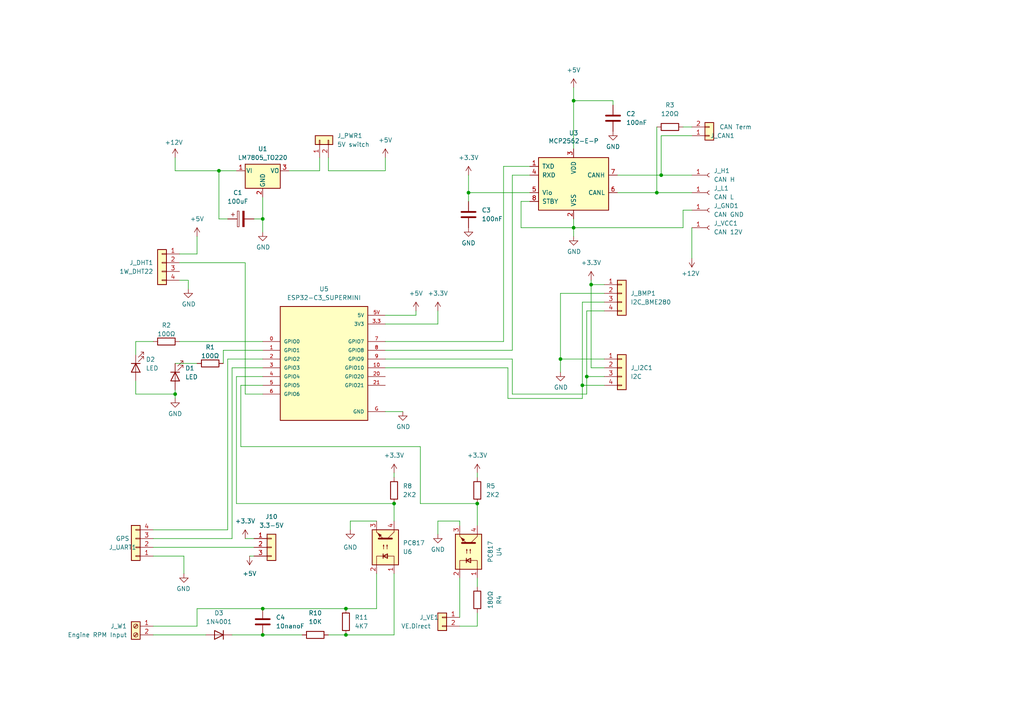
<source format=kicad_sch>
(kicad_sch (version 20231120) (generator "eeschema") (generator_version "8.0")
  (paper "A4")
  (lib_symbols
    (symbol "Connector:Conn_01x01_Socket" (pin_names (offset 1.016) hide)
      (property "Reference" "J" (at 0 2.54 0))
      (property "Value" "Conn_01x01_Socket" (at 0 -2.54 0))
      (symbol "Conn_01x01_Socket_1_1"
        (polyline (pts (xy -1.27 0) (xy -0.508 0)) (stroke (width 0.1524)))
        (arc (start 0 0.508) (mid -0.5058 0) (end 0 -0.508) (stroke (width 0.1524)))
        (pin passive line (at -5.08 0 0) (length 3.81) (name "Pin_1") (number "1"))
      )
    )
    (symbol "Connector:Screw_Terminal_01x02" (pin_names (offset 1.016) hide)
      (property "Reference" "J" (at 0 2.54 0))
      (property "Value" "Screw_Terminal_01x02" (at 0 -5.08 0))
      (symbol "Screw_Terminal_01x02_1_1"
        (rectangle (start -1.27 1.27) (end 1.27 -3.81) (stroke (width 0.254)) (fill (type background)))
        (circle (center 0 -2.54) (radius 0.635) (stroke (width 0.1524)))
        (polyline (pts (xy -0.5334 -2.2098) (xy 0.3302 -3.048)) (stroke (width 0.1524)))
        (polyline (pts (xy -0.5334 0.3302) (xy 0.3302 -0.508)) (stroke (width 0.1524)))
        (polyline (pts (xy -0.3556 -2.032) (xy 0.508 -2.8702)) (stroke (width 0.1524)))
        (polyline (pts (xy -0.3556 0.508) (xy 0.508 -0.3302)) (stroke (width 0.1524)))
        (circle (center 0 0) (radius 0.635) (stroke (width 0.1524)))
        (pin passive line (at -5.08 0 0) (length 3.81) (name "Pin_1") (number "1"))
        (pin passive line (at -5.08 -2.54 0) (length 3.81) (name "Pin_2") (number "2"))
      )
    )
    (symbol "Connector_Generic:Conn_01x02" (pin_names (offset 1.016) hide)
      (property "Reference" "J" (at 0 2.54 0))
      (property "Value" "Conn_01x02" (at 0 -5.08 0))
      (symbol "Conn_01x02_1_1"
        (rectangle (start -1.27 -2.413) (end 0 -2.667) (stroke (width 0.1524)))
        (rectangle (start -1.27 0.127) (end 0 -0.127) (stroke (width 0.1524)))
        (rectangle (start -1.27 1.27) (end 1.27 -3.81) (stroke (width 0.254)) (fill (type background)))
        (pin passive line (at -5.08 0 0) (length 3.81) (name "Pin_1") (number "1"))
        (pin passive line (at -5.08 -2.54 0) (length 3.81) (name "Pin_2") (number "2"))
      )
    )
    (symbol "Connector_Generic:Conn_01x03" (pin_names (offset 1.016) hide)
      (property "Reference" "J" (at 0 5.08 0))
      (property "Value" "Conn_01x03" (at 0 -5.08 0))
      (symbol "Conn_01x03_1_1"
        (rectangle (start -1.27 -2.413) (end 0 -2.667) (stroke (width 0.1524)))
        (rectangle (start -1.27 0.127) (end 0 -0.127) (stroke (width 0.1524)))
        (rectangle (start -1.27 2.667) (end 0 2.413) (stroke (width 0.1524)))
        (rectangle (start -1.27 3.81) (end 1.27 -3.81) (stroke (width 0.254)) (fill (type background)))
        (pin passive line (at -5.08 2.54 0) (length 3.81) (name "Pin_1") (number "1"))
        (pin passive line (at -5.08 0 0) (length 3.81) (name "Pin_2") (number "2"))
        (pin passive line (at -5.08 -2.54 0) (length 3.81) (name "Pin_3") (number "3"))
      )
    )
    (symbol "Connector_Generic:Conn_01x04" (pin_names (offset 1.016) hide)
      (property "Reference" "J" (at 0 5.08 0))
      (property "Value" "Conn_01x04" (at 0 -7.62 0))
      (symbol "Conn_01x04_1_1"
        (rectangle (start -1.27 -4.953) (end 0 -5.207) (stroke (width 0.1524)))
        (rectangle (start -1.27 -2.413) (end 0 -2.667) (stroke (width 0.1524)))
        (rectangle (start -1.27 0.127) (end 0 -0.127) (stroke (width 0.1524)))
        (rectangle (start -1.27 2.667) (end 0 2.413) (stroke (width 0.1524)))
        (rectangle (start -1.27 3.81) (end 1.27 -6.35) (stroke (width 0.254)) (fill (type background)))
        (pin passive line (at -5.08 2.54 0) (length 3.81) (name "Pin_1") (number "1"))
        (pin passive line (at -5.08 0 0) (length 3.81) (name "Pin_2") (number "2"))
        (pin passive line (at -5.08 -2.54 0) (length 3.81) (name "Pin_3") (number "3"))
        (pin passive line (at -5.08 -5.08 0) (length 3.81) (name "Pin_4") (number "4"))
      )
    )
    (symbol "Device:C" (pin_numbers hide) (pin_names (offset 0.254))
      (property "Reference" "C" (at 0.635 2.54 0))
      (property "Value" "C" (at 0.635 -2.54 0))
      (symbol "C_0_1"
        (polyline (pts (xy -2.032 -0.762) (xy 2.032 -0.762)) (stroke (width 0.508)))
        (polyline (pts (xy -2.032 0.762) (xy 2.032 0.762)) (stroke (width 0.508)))
      )
      (symbol "C_1_1"
        (pin passive line (at 0 3.81 270) (length 2.794) (name "~") (number "1"))
        (pin passive line (at 0 -3.81 90) (length 2.794) (name "~") (number "2"))
      )
    )
    (symbol "Device:C_Polarized" (pin_numbers hide) (pin_names (offset 0.254))
      (property "Reference" "C" (at 0.635 2.54 0))
      (property "Value" "C_Polarized" (at 0.635 -2.54 0))
      (symbol "C_Polarized_0_1"
        (rectangle (start -2.286 0.508) (end 2.286 1.016))
        (polyline (pts (xy -1.778 2.286) (xy -0.762 2.286)))
        (polyline (pts (xy -1.27 2.794) (xy -1.27 1.778)))
        (rectangle (start 2.286 -0.508) (end -2.286 -1.016) (fill (type outline)))
      )
      (symbol "C_Polarized_1_1"
        (pin passive line (at 0 3.81 270) (length 2.794) (name "~") (number "1"))
        (pin passive line (at 0 -3.81 90) (length 2.794) (name "~") (number "2"))
      )
    )
    (symbol "Device:LED" (pin_numbers hide) (pin_names (offset 1.016) hide)
      (property "Reference" "D" (at 0 2.54 0))
      (property "Value" "LED" (at 0 -2.54 0))
      (symbol "LED_0_1"
        (polyline (pts (xy -1.27 -1.27) (xy -1.27 1.27)) (stroke (width 0.254)))
        (polyline (pts (xy -1.27 0) (xy 1.27 0)))
        (polyline (pts (xy 1.27 -1.27) (xy 1.27 1.27) (xy -1.27 0) (xy 1.27 -1.27)) (stroke (width 0.254)))
        (polyline (pts (xy -3.048 -0.762) (xy -4.572 -2.286) (xy -3.81 -2.286) (xy -4.572 -2.286) (xy -4.572 -1.524)))
        (polyline (pts (xy -1.778 -0.762) (xy -3.302 -2.286) (xy -2.54 -2.286) (xy -3.302 -2.286) (xy -3.302 -1.524)))
      )
      (symbol "LED_1_1"
        (pin passive line (at -3.81 0 0) (length 2.54) (name "K") (number "1"))
        (pin passive line (at 3.81 0 180) (length 2.54) (name "A") (number "2"))
      )
    )
    (symbol "Device:R" (pin_numbers hide) (pin_names (offset 0))
      (property "Reference" "R" (at 2.032 0 90))
      (property "Value" "R" (at 0 0 90))
      (symbol "R_0_1"
        (rectangle (start -1.016 -2.54) (end 1.016 2.54) (stroke (width 0.254)))
      )
      (symbol "R_1_1"
        (pin passive line (at 0 3.81 270) (length 1.27) (name "~") (number "1"))
        (pin passive line (at 0 -3.81 90) (length 1.27) (name "~") (number "2"))
      )
    )
    (symbol "Diode:1N4001" (pin_numbers hide) (pin_names hide)
      (property "Reference" "D" (at 0 2.54 0))
      (property "Value" "1N4001" (at 0 -2.54 0))
      (symbol "1N4001_0_1"
        (polyline (pts (xy -1.27 1.27) (xy -1.27 -1.27)) (stroke (width 0.254)))
        (polyline (pts (xy 1.27 0) (xy -1.27 0)))
        (polyline (pts (xy 1.27 1.27) (xy 1.27 -1.27) (xy -1.27 0) (xy 1.27 1.27)) (stroke (width 0.254)))
      )
      (symbol "1N4001_1_1"
        (pin passive line (at -3.81 0 0) (length 2.54) (name "K") (number "1"))
        (pin passive line (at 3.81 0 180) (length 2.54) (name "A") (number "2"))
      )
    )
    (symbol "ESP32-C3_SUPERMINI:ESP32-C3_SUPERMINI" (pin_names (offset 1.016))
      (property "Reference" "U" (at -12.7 16.002 0))
      (property "Value" "ESP32-C3_SUPERMINI" (at -12.7 -20.32 0))
      (symbol "ESP32-C3_SUPERMINI_0_0"
        (rectangle (start -12.7 -17.78) (end 12.7 15.24) (stroke (width 0.254)) (fill (type background)))
        (pin bidirectional line (at -17.78 5.08 0) (length 5.08) (name "GPIO0") (number "0"))
        (pin bidirectional line (at -17.78 2.54 0) (length 5.08) (name "GPIO1") (number "1"))
        (pin bidirectional line (at 17.78 -2.54 180) (length 5.08) (name "GPIO10") (number "10"))
        (pin bidirectional line (at -17.78 0 0) (length 5.08) (name "GPIO2") (number "2"))
        (pin bidirectional line (at 17.78 -5.08 180) (length 5.08) (name "GPIO20") (number "20"))
        (pin bidirectional line (at 17.78 -7.62 180) (length 5.08) (name "GPIO21") (number "21"))
        (pin bidirectional line (at -17.78 -2.54 0) (length 5.08) (name "GPIO3") (number "3"))
        (pin power_in line (at 17.78 10.16 180) (length 5.08) (name "3V3") (number "3.3"))
        (pin bidirectional line (at -17.78 -5.08 0) (length 5.08) (name "GPIO4") (number "4"))
        (pin bidirectional line (at -17.78 -7.62 0) (length 5.08) (name "GPIO5") (number "5"))
        (pin power_in line (at 17.78 12.7 180) (length 5.08) (name "5V") (number "5V"))
        (pin bidirectional line (at -17.78 -10.16 0) (length 5.08) (name "GPIO6") (number "6"))
        (pin bidirectional line (at 17.78 5.08 180) (length 5.08) (name "GPIO7") (number "7"))
        (pin bidirectional line (at 17.78 2.54 180) (length 5.08) (name "GPIO8") (number "8"))
        (pin bidirectional line (at 17.78 0 180) (length 5.08) (name "GPIO9") (number "9"))
        (pin power_in line (at 17.78 -15.24 180) (length 5.08) (name "GND") (number "G"))
      )
    )
    (symbol "GND_1" (power) (pin_numbers hide) (pin_names (offset 0) hide)
      (property "Value" "GND" (at 0 -3.81 0))
      (symbol "GND_1_0_1"
        (polyline (pts (xy 0 0) (xy 0 -1.27) (xy 1.27 -1.27) (xy 0 -2.54) (xy -1.27 -1.27) (xy 0 -1.27)))
      )
      (symbol "GND_1_1_1"
        (pin power_in line (at 0 0 270) (length 0) (name "~") (number "1"))
      )
    )
    (symbol "Interface_CAN_LIN:MCP2562-E-P" (pin_names (offset 1.016))
      (property "Reference" "U" (at -10.16 8.89 0))
      (property "Value" "MCP2562-E-P" (at 2.54 8.89 0))
      (symbol "MCP2562-E-P_0_1"
        (rectangle (start -10.16 7.62) (end 10.16 -7.62) (stroke (width 0.254)) (fill (type background)))
      )
      (symbol "MCP2562-E-P_1_1"
        (pin input line (at -12.7 5.08 0) (length 2.54) (name "TXD") (number "1"))
        (pin power_in line (at 0 -10.16 90) (length 2.54) (name "VSS") (number "2"))
        (pin power_in line (at 0 10.16 270) (length 2.54) (name "VDD") (number "3"))
        (pin output line (at -12.7 2.54 0) (length 2.54) (name "RXD") (number "4"))
        (pin power_in line (at -12.7 -2.54 0) (length 2.54) (name "Vio") (number "5"))
        (pin bidirectional line (at 12.7 -2.54 180) (length 2.54) (name "CANL") (number "6"))
        (pin bidirectional line (at 12.7 2.54 180) (length 2.54) (name "CANH") (number "7"))
        (pin input line (at -12.7 -5.08 0) (length 2.54) (name "STBY") (number "8"))
      )
    )
    (symbol "Isolator:PC817" (pin_names (offset 1.016))
      (property "Reference" "U" (at -5.08 5.08 0))
      (property "Value" "PC817" (at 0 5.08 0))
      (symbol "PC817_0_1"
        (rectangle (start -5.08 3.81) (end 5.08 -3.81) (stroke (width 0.254)) (fill (type background)))
        (polyline (pts (xy -3.175 -0.635) (xy -1.905 -0.635)) (stroke (width 0.254)))
        (polyline (pts (xy 2.54 0.635) (xy 4.445 2.54)))
        (polyline (pts (xy 4.445 -2.54) (xy 2.54 -0.635)) (fill (type outline)))
        (polyline (pts (xy 4.445 -2.54) (xy 5.08 -2.54)))
        (polyline (pts (xy 4.445 2.54) (xy 5.08 2.54)))
        (polyline (pts (xy -5.08 2.54) (xy -2.54 2.54) (xy -2.54 -0.635)))
        (polyline (pts (xy -2.54 -0.635) (xy -2.54 -2.54) (xy -5.08 -2.54)))
        (polyline (pts (xy 2.54 1.905) (xy 2.54 -1.905) (xy 2.54 -1.905)) (stroke (width 0.508)))
        (polyline (pts (xy -2.54 -0.635) (xy -3.175 0.635) (xy -1.905 0.635) (xy -2.54 -0.635)) (stroke (width 0.254)))
        (polyline (pts (xy -0.508 -0.508) (xy 0.762 -0.508) (xy 0.381 -0.635) (xy 0.381 -0.381) (xy 0.762 -0.508)))
        (polyline (pts (xy -0.508 0.508) (xy 0.762 0.508) (xy 0.381 0.381) (xy 0.381 0.635) (xy 0.762 0.508)))
        (polyline (pts (xy 3.048 -1.651) (xy 3.556 -1.143) (xy 4.064 -2.159) (xy 3.048 -1.651) (xy 3.048 -1.651)) (fill (type outline)))
      )
      (symbol "PC817_1_1"
        (pin passive line (at -7.62 2.54 0) (length 2.54) (name "~") (number "1"))
        (pin passive line (at -7.62 -2.54 0) (length 2.54) (name "~") (number "2"))
        (pin passive line (at 7.62 -2.54 180) (length 2.54) (name "~") (number "3"))
        (pin passive line (at 7.62 2.54 180) (length 2.54) (name "~") (number "4"))
      )
    )
    (symbol "Regulator_Linear:LM7805_TO220" (pin_names (offset 0.254))
      (property "Reference" "U" (at -3.81 3.175 0))
      (property "Value" "LM7805_TO220" (at 0 3.175 0))
      (symbol "LM7805_TO220_0_1"
        (rectangle (start -5.08 1.905) (end 5.08 -5.08) (stroke (width 0.254)) (fill (type background)))
      )
      (symbol "LM7805_TO220_1_1"
        (pin power_in line (at -7.62 0 0) (length 2.54) (name "VI") (number "1"))
        (pin power_in line (at 0 -7.62 90) (length 2.54) (name "GND") (number "2"))
        (pin power_out line (at 7.62 0 180) (length 2.54) (name "VO") (number "3"))
      )
    )
    (symbol "power:+12V" (power) (pin_names (offset 0))
      (property "Value" "+12V" (at 0 3.556 0))
      (symbol "+12V_0_1"
        (polyline (pts (xy -0.762 1.27) (xy 0 2.54)))
        (polyline (pts (xy 0 0) (xy 0 2.54)))
        (polyline (pts (xy 0 2.54) (xy 0.762 1.27)))
      )
      (symbol "+12V_1_1"
        (pin power_in line (at 0 0 90) (length 0) hide (name "+12V") (number "1"))
      )
    )
    (symbol "power:+3.3V" (power) (pin_names (offset 0))
      (property "Value" "+3.3V" (at 0 3.556 0))
      (symbol "+3.3V_0_1"
        (polyline (pts (xy -0.762 1.27) (xy 0 2.54)))
        (polyline (pts (xy 0 0) (xy 0 2.54)))
        (polyline (pts (xy 0 2.54) (xy 0.762 1.27)))
      )
      (symbol "+3.3V_1_1"
        (pin power_in line (at 0 0 90) (length 0) hide (name "+3.3V") (number "1"))
      )
    )
    (symbol "power:+5V" (power) (pin_names (offset 0))
      (property "Value" "+5V" (at 0 3.556 0))
      (symbol "+5V_0_1"
        (polyline (pts (xy -0.762 1.27) (xy 0 2.54)))
        (polyline (pts (xy 0 0) (xy 0 2.54)))
        (polyline (pts (xy 0 2.54) (xy 0.762 1.27)))
      )
      (symbol "+5V_1_1"
        (pin power_in line (at 0 0 90) (length 0) hide (name "+5V") (number "1"))
      )
    )
    (symbol "power:GND" (power) (pin_names (offset 0))
      (property "Value" "GND" (at 0 -3.81 0))
      (symbol "GND_0_1"
        (polyline (pts (xy 0 0) (xy 0 -1.27) (xy 1.27 -1.27) (xy 0 -2.54) (xy -1.27 -1.27) (xy 0 -1.27)))
      )
      (symbol "GND_1_1"
        (pin power_in line (at 0 0 270) (length 0) hide (name "GND") (number "1"))
      )
    )
  )
  (junction (at 135.89 55.88))
  (junction (at 50.8 114.3))
  (junction (at 76.2 184.15))
  (junction (at 100.33 176.53))
  (junction (at 166.37 66.04))
  (junction (at 100.33 184.15))
  (junction (at 162.56 104.14))
  (junction (at 168.91 111.76))
  (junction (at 166.37 29.21))
  (junction (at 114.3 146.05))
  (junction (at 191.77 50.8))
  (junction (at 63.5 49.53))
  (junction (at 170.18 109.22))
  (junction (at 171.45 82.55))
  (junction (at 76.2 63.5))
  (junction (at 76.2 176.53))
  (junction (at 190.5 55.88))
  (junction (at 138.43 146.05))
  (wire (pts (xy 111.76 91.44) (xy 120.65 91.44)))
  (wire (pts (xy 54.61 81.28) (xy 54.61 83.82)))
  (wire (pts (xy 57.15 181.61) (xy 44.45 181.61)))
  (wire (pts (xy 170.18 90.17) (xy 170.18 109.22)))
  (wire (pts (xy 151.13 58.42) (xy 153.67 58.42)))
  (wire (pts (xy 162.56 104.14) (xy 175.26 104.14)))
  (wire (pts (xy 148.59 50.8) (xy 148.59 101.6)))
  (wire (pts (xy 151.13 66.04) (xy 166.37 66.04)))
  (wire (pts (xy 135.89 55.88) (xy 153.67 55.88)))
  (wire (pts (xy 39.37 99.06) (xy 39.37 102.87)))
  (wire (pts (xy 168.91 111.76) (xy 175.26 111.76)))
  (wire (pts (xy 146.05 48.26) (xy 146.05 99.06)))
  (wire (pts (xy 191.77 39.37) (xy 191.77 50.8)))
  (wire (pts (xy 151.13 58.42) (xy 151.13 66.04)))
  (wire (pts (xy 168.91 111.76) (xy 168.91 115.57)))
  (wire (pts (xy 52.07 73.66) (xy 57.15 73.66)))
  (wire (pts (xy 76.2 184.15) (xy 87.63 184.15)))
  (wire (pts (xy 190.5 36.83) (xy 190.5 55.88)))
  (wire (pts (xy 147.32 106.68) (xy 147.32 115.57)))
  (wire (pts (xy 50.8 49.53) (xy 63.5 49.53)))
  (wire (pts (xy 148.59 104.14) (xy 111.76 104.14)))
  (wire (pts (xy 114.3 137.16) (xy 114.3 138.43)))
  (wire (pts (xy 177.8 30.48) (xy 177.8 29.21)))
  (wire (pts (xy 166.37 29.21) (xy 177.8 29.21)))
  (wire (pts (xy 200.66 66.04) (xy 200.66 74.93)))
  (wire (pts (xy 83.82 49.53) (xy 92.71 49.53)))
  (wire (pts (xy 66.04 104.14) (xy 66.04 153.67)))
  (wire (pts (xy 114.3 146.05) (xy 114.3 151.13)))
  (wire (pts (xy 109.22 151.13) (xy 101.6 151.13)))
  (wire (pts (xy 147.32 115.57) (xy 168.91 115.57)))
  (wire (pts (xy 127 151.13) (xy 127 154.94)))
  (wire (pts (xy 109.22 176.53) (xy 100.33 176.53)))
  (wire (pts (xy 138.43 167.64) (xy 138.43 170.18)))
  (wire (pts (xy 138.43 138.43) (xy 138.43 137.16)))
  (wire (pts (xy 63.5 49.53) (xy 68.58 49.53)))
  (wire (pts (xy 148.59 104.14) (xy 148.59 114.3)))
  (wire (pts (xy 64.77 101.6) (xy 76.2 101.6)))
  (wire (pts (xy 67.31 184.15) (xy 76.2 184.15)))
  (wire (pts (xy 95.25 184.15) (xy 100.33 184.15)))
  (wire (pts (xy 200.66 36.83) (xy 198.12 36.83)))
  (wire (pts (xy 57.15 176.53) (xy 57.15 181.61)))
  (wire (pts (xy 170.18 90.17) (xy 175.26 90.17)))
  (wire (pts (xy 133.35 152.4) (xy 133.35 151.13)))
  (wire (pts (xy 170.18 114.3) (xy 170.18 109.22)))
  (wire (pts (xy 162.56 85.09) (xy 162.56 104.14)))
  (wire (pts (xy 133.35 167.64) (xy 133.35 179.07)))
  (wire (pts (xy 175.26 82.55) (xy 171.45 82.55)))
  (wire (pts (xy 69.85 129.54) (xy 121.92 129.54)))
  (wire (pts (xy 52.07 76.2) (xy 71.12 76.2)))
  (wire (pts (xy 50.8 113.03) (xy 50.8 114.3)))
  (wire (pts (xy 66.04 104.14) (xy 76.2 104.14)))
  (wire (pts (xy 121.92 129.54) (xy 121.92 146.05)))
  (wire (pts (xy 138.43 177.8) (xy 138.43 181.61)))
  (wire (pts (xy 67.31 106.68) (xy 67.31 156.21)))
  (wire (pts (xy 44.45 158.75) (xy 73.66 158.75)))
  (wire (pts (xy 44.45 156.21) (xy 67.31 156.21)))
  (wire (pts (xy 111.76 45.72) (xy 111.76 49.53)))
  (wire (pts (xy 50.8 45.72) (xy 50.8 49.53)))
  (wire (pts (xy 111.76 106.68) (xy 147.32 106.68)))
  (wire (pts (xy 200.66 60.96) (xy 198.12 60.96)))
  (wire (pts (xy 200.66 50.8) (xy 191.77 50.8)))
  (wire (pts (xy 166.37 29.21) (xy 166.37 43.18)))
  (wire (pts (xy 68.58 109.22) (xy 76.2 109.22)))
  (wire (pts (xy 171.45 82.55) (xy 171.45 106.68)))
  (wire (pts (xy 92.71 45.72) (xy 92.71 49.53)))
  (wire (pts (xy 120.65 91.44) (xy 120.65 90.17)))
  (wire (pts (xy 50.8 114.3) (xy 50.8 115.57)))
  (wire (pts (xy 69.85 111.76) (xy 76.2 111.76)))
  (wire (pts (xy 148.59 50.8) (xy 153.67 50.8)))
  (wire (pts (xy 200.66 39.37) (xy 191.77 39.37)))
  (wire (pts (xy 111.76 93.98) (xy 127 93.98)))
  (wire (pts (xy 198.12 60.96) (xy 198.12 66.04)))
  (wire (pts (xy 146.05 48.26) (xy 153.67 48.26)))
  (wire (pts (xy 121.92 146.05) (xy 138.43 146.05)))
  (wire (pts (xy 116.84 119.38) (xy 111.76 119.38)))
  (wire (pts (xy 171.45 81.28) (xy 171.45 82.55)))
  (wire (pts (xy 95.25 49.53) (xy 111.76 49.53)))
  (wire (pts (xy 166.37 63.5) (xy 166.37 66.04)))
  (wire (pts (xy 190.5 55.88) (xy 200.66 55.88)))
  (wire (pts (xy 166.37 66.04) (xy 198.12 66.04)))
  (wire (pts (xy 166.37 66.04) (xy 166.37 68.58)))
  (wire (pts (xy 52.07 99.06) (xy 76.2 99.06)))
  (wire (pts (xy 179.07 50.8) (xy 191.77 50.8)))
  (wire (pts (xy 162.56 104.14) (xy 162.56 107.95)))
  (wire (pts (xy 100.33 184.15) (xy 114.3 184.15)))
  (wire (pts (xy 76.2 57.15) (xy 76.2 63.5)))
  (wire (pts (xy 168.91 87.63) (xy 168.91 111.76)))
  (wire (pts (xy 63.5 63.5) (xy 66.04 63.5)))
  (wire (pts (xy 148.59 114.3) (xy 170.18 114.3)))
  (wire (pts (xy 175.26 106.68) (xy 171.45 106.68)))
  (wire (pts (xy 109.22 166.37) (xy 109.22 176.53)))
  (wire (pts (xy 135.89 55.88) (xy 135.89 58.42)))
  (wire (pts (xy 114.3 166.37) (xy 114.3 184.15)))
  (wire (pts (xy 162.56 85.09) (xy 175.26 85.09)))
  (wire (pts (xy 64.77 101.6) (xy 64.77 105.41)))
  (wire (pts (xy 39.37 99.06) (xy 44.45 99.06)))
  (wire (pts (xy 101.6 151.13) (xy 101.6 153.67)))
  (wire (pts (xy 135.89 50.8) (xy 135.89 55.88)))
  (wire (pts (xy 57.15 68.58) (xy 57.15 73.66)))
  (wire (pts (xy 73.66 63.5) (xy 76.2 63.5)))
  (wire (pts (xy 111.76 99.06) (xy 146.05 99.06)))
  (wire (pts (xy 133.35 181.61) (xy 138.43 181.61)))
  (wire (pts (xy 166.37 25.4) (xy 166.37 29.21)))
  (wire (pts (xy 71.12 76.2) (xy 71.12 114.3)))
  (wire (pts (xy 69.85 129.54) (xy 69.85 111.76)))
  (wire (pts (xy 95.25 45.72) (xy 95.25 49.53)))
  (wire (pts (xy 53.34 161.29) (xy 53.34 166.37)))
  (wire (pts (xy 54.61 81.28) (xy 52.07 81.28)))
  (wire (pts (xy 44.45 153.67) (xy 66.04 153.67)))
  (wire (pts (xy 39.37 110.49) (xy 39.37 114.3)))
  (wire (pts (xy 111.76 101.6) (xy 148.59 101.6)))
  (wire (pts (xy 57.15 176.53) (xy 76.2 176.53)))
  (wire (pts (xy 76.2 114.3) (xy 71.12 114.3)))
  (wire (pts (xy 138.43 152.4) (xy 138.43 146.05)))
  (wire (pts (xy 168.91 87.63) (xy 175.26 87.63)))
  (wire (pts (xy 72.39 161.29) (xy 73.66 161.29)))
  (wire (pts (xy 127 90.17) (xy 127 93.98)))
  (wire (pts (xy 68.58 146.05) (xy 68.58 109.22)))
  (wire (pts (xy 44.45 161.29) (xy 53.34 161.29)))
  (wire (pts (xy 76.2 63.5) (xy 76.2 67.31)))
  (wire (pts (xy 44.45 184.15) (xy 59.69 184.15)))
  (wire (pts (xy 50.8 105.41) (xy 57.15 105.41)))
  (wire (pts (xy 68.58 146.05) (xy 114.3 146.05)))
  (wire (pts (xy 133.35 151.13) (xy 127 151.13)))
  (wire (pts (xy 179.07 55.88) (xy 190.5 55.88)))
  (wire (pts (xy 73.66 156.21) (xy 71.12 156.21)))
  (wire (pts (xy 39.37 114.3) (xy 50.8 114.3)))
  (wire (pts (xy 76.2 176.53) (xy 100.33 176.53)))
  (wire (pts (xy 76.2 106.68) (xy 67.31 106.68)))
  (wire (pts (xy 63.5 49.53) (xy 63.5 63.5)))
  (wire (pts (xy 170.18 109.22) (xy 175.26 109.22)))
  (symbol (lib_id "power:GND") (at 76.2 67.31 0) (unit 1)
    (property "Reference" "#PWR04" (effects (hide yes)))
    (property "Value" "GND" (at 76.327 71.7042 0))
  )
  (symbol (lib_id "power:+12V") (at 50.8 45.72 0) (mirror y) (unit 1)
    (property "Reference" "#PWR01" (effects (hide yes)))
    (property "Value" "+12V" (at 50.419 41.3258 0))
  )
  (symbol (lib_id "Interface_CAN_LIN:MCP2562-E-P") (at 166.37 53.34 0) (unit 1)
    (property "Reference" "U3" (at 166.37 38.5826 0))
    (property "Value" "MCP2562-E-P" (at 166.37 40.894 0))
    (property "Footprint" "Package_DIP:DIP-8_W7.62mm" (effects (hide yes)))
    (property "Datasheet" "http://ww1.microchip.com/downloads/en/DeviceDoc/25167A.pdf" (effects (hide yes)))
  )
  (symbol (lib_id "power:GND") (at 166.37 68.58 0) (unit 1)
    (property "Reference" "#PWR0102" (effects (hide yes)))
    (property "Value" "GND" (at 166.497 72.9742 0))
  )
  (symbol (lib_id "power:+5V") (at 72.39 161.29 180) (unit 1)
    (property "Reference" "#PWR019" (effects (hide yes)))
    (property "Value" "+5V" (at 72.39 166.37 0))
  )
  (symbol (lib_id "Device:R") (at 114.3 142.24 0) (unit 1)
    (property "Reference" "R8" (at 116.84 140.9699 0) (effects (justify left)))
    (property "Value" "2K2" (at 116.84 143.5099 0) (effects (justify left)))
    (property "Footprint" "Resistor_THT:R_Axial_DIN0207_L6.3mm_D2.5mm_P7.62mm_Horizontal" (effects (hide yes)))
    (property "Description" "Resistor" (effects (hide yes)))
  )
  (symbol (lib_id "power:+3.3V") (at 138.43 137.16 0) (unit 1)
    (property "Reference" "#PWR017" (effects (hide yes)))
    (property "Value" "+3.3V" (at 138.43 132.08 0))
  )
  (symbol (lib_id "power:+3.3V") (at 114.3 137.16 0) (unit 1)
    (property "Reference" "#PWR020" (effects (hide yes)))
    (property "Value" "+3.3V" (at 114.3 132.08 0))
  )
  (symbol (lib_id "power:+3.3V") (at 71.12 156.21 0) (mirror y) (unit 1)
    (property "Reference" "#PWR09" (effects (hide yes)))
    (property "Value" "+3.3V" (at 71.12 151.13 0))
  )
  (symbol (lib_id "Connector_Generic:Conn_01x02") (at 128.27 179.07 0) (mirror y) (unit 1)
    (property "Reference" "J_VE1" (at 124.46 179.07 0))
    (property "Value" "VE.Direct" (at 120.65 181.61 0))
    (property "Footprint" "Connector_JST:JST_PH_B2B-PH-K_1x02_P2.00mm_Vertical" (effects (hide yes)))
  )
  (symbol (lib_id "ESP32-C3_SUPERMINI:ESP32-C3_SUPERMINI") (at 93.98 104.14 0) (unit 1)
    (property "Reference" "U5" (at 93.98 83.82 0))
    (property "Value" "ESP32-C3_SUPERMINI" (at 93.98 86.36 0))
    (property "Footprint" "Library:WAVESHARE_DEVKIT_ESP32-C3-ZERO" (effects (hide yes)))
    (property "MF" "Espressif Systems" (effects (hide yes)))
    (property "MAXIMUM_PACKAGE_HEIGHT" "4.2mm" (effects (hide yes)))
    (property "Package" "Package" (effects (hide yes)))
    (property "Price" "None" (effects (hide yes)))
    (property "Check_prices" "https://www.snapeda.com/parts/ESP32-C3%20SuperMini/Espressif+Systems/view-part/?ref=eda" (effects (hide yes)))
    (property "STANDARD" "Manufacturer Recommendations" (effects (hide yes)))
    (property "SnapEDA_Link" "https://www.snapeda.com/parts/ESP32-C3%20SuperMini/Espressif+Systems/view-part/?ref=snap" (effects (hide yes)))
    (property "MP" "ESP32-C3 SuperMini" (effects (hide yes)))
    (property "Description_1" "\nSuper tiny ESP32-C3 board\n" (effects (hide yes)))
    (property "Availability" "Not in stock" (effects (hide yes)))
    (property "MANUFACTURER" "Espressif" (effects (hide yes)))
  )
  (symbol (lib_id "Isolator:PC817") (at 111.76 158.75 270) (mirror x) (unit 1)
    (property "Reference" "U6" (at 116.84 160.0201 90) (effects (justify left)))
    (property "Value" "PC817" (at 116.84 157.4801 90) (effects (justify left)))
    (property "Footprint" "Package_DIP:DIP-4_W7.62mm" (effects (hide yes)))
    (property "Datasheet" "http://www.soselectronic.cz/a_info/resource/d/pc817.pdf" (effects (hide yes)))
    (property "Description" "DC Optocoupler, Vce 35V, CTR 50-300%, DIP-4" (effects (hide yes)))
  )
  (symbol (lib_id "power:+5V") (at 111.76 45.72 0) (unit 1)
    (property "Reference" "#PWR014" (effects (hide yes)))
    (property "Value" "+5V" (at 111.76 40.64 0))
  )
  (symbol (lib_id "Device:R") (at 138.43 173.99 0) (unit 1)
    (property "Reference" "R4" (at 144.78 173.99 90))
    (property "Value" "180Ω" (at 142.24 173.99 90))
    (property "Footprint" "Resistor_THT:R_Axial_DIN0207_L6.3mm_D2.5mm_P7.62mm_Horizontal" (effects (hide yes)))
  )
  (symbol (lib_id "power:GND") (at 116.84 119.38 0) (unit 1)
    (property "Reference" "#PWR05" (effects (hide yes)))
    (property "Value" "GND" (at 116.967 123.7742 0))
  )
  (symbol (lib_id "power:+3.3V") (at 127 90.17 0) (unit 1)
    (property "Reference" "#PWR010" (effects (hide yes)))
    (property "Value" "+3.3V" (at 127 85.09 0))
  )
  (symbol (lib_id "Connector_Generic:Conn_01x04") (at 180.34 85.09 0) (unit 1)
    (property "Reference" "J_BMP1" (at 182.88 85.0899 0) (effects (justify left)))
    (property "Value" "I2C_BME280" (at 182.88 87.6299 0) (effects (justify left)))
    (property "Footprint" "Connector_PinHeader_2.54mm:PinHeader_1x04_P2.54mm_Vertical" (effects (hide yes)))
  )
  (symbol (lib_id "Isolator:PC817") (at 135.89 160.02 270) (mirror x) (unit 1)
    (property "Reference" "U4" (at 144.78 160.02 0))
    (property "Value" "PC817" (at 142.24 160.02 0))
    (property "Footprint" "Package_DIP:DIP-4_W7.62mm" (effects (hide yes)))
    (property "Datasheet" "http://www.soselectronic.cz/a_info/resource/d/pc817.pdf" (effects (hide yes)))
  )
  (symbol (lib_id "power:+3.3V") (at 171.45 81.28 0) (unit 1)
    (property "Reference" "#PWR012" (effects (hide yes)))
    (property "Value" "+3.3V" (at 171.45 76.2 0))
  )
  (symbol (lib_id "Connector_Generic:Conn_01x02") (at 205.74 39.37 0) (mirror x) (unit 1)
    (property "Reference" "J_CAN1" (at 209.55 39.37 0))
    (property "Value" "CAN Term" (at 213.36 36.83 0))
    (property "Footprint" "Connector_PinHeader_2.54mm:PinHeader_1x02_P2.54mm_Vertical" (effects (hide yes)))
  )
  (symbol (lib_id "power:GND") (at 53.34 166.37 0) (mirror y) (unit 1)
    (property "Reference" "#PWR07" (effects (hide yes)))
    (property "Value" "GND" (at 53.213 170.7642 0))
  )
  (symbol (lib_id "power:+5V") (at 57.15 68.58 0) (unit 1)
    (property "Reference" "#PWR016" (effects (hide yes)))
    (property "Value" "+5V" (at 57.15 63.5 0))
  )
  (symbol (lib_id "power:GND") (at 177.8 38.1 0) (unit 1)
    (property "Reference" "#PWR02" (effects (hide yes)))
    (property "Value" "GND" (at 177.8 42.5434 0))
  )
  (symbol (lib_id "Device:R") (at 60.96 105.41 90) (unit 1)
    (property "Reference" "R1" (at 60.96 100.6942 90))
    (property "Value" "100Ω" (at 60.96 103.2311 90))
    (property "Footprint" "Resistor_THT:R_Axial_DIN0207_L6.3mm_D2.5mm_P7.62mm_Horizontal" (effects (hide yes)))
  )
  (symbol (lib_id "Connector:Conn_01x01_Socket") (at 205.74 50.8 0) (unit 1)
    (property "Reference" "J_H1" (at 207.01 49.5299 0) (effects (justify left)))
    (property "Value" "CAN H" (at 207.01 52.0699 0) (effects (justify left)))
    (property "Footprint" "MountingHole:MountingHole_2.2mm_M2_DIN965_Pad_TopBottom" (effects (hide yes)))
    (property "Description" "Generic connector, single row, 01x01, script generated" (effects (hide yes)))
  )
  (symbol (lib_id "Device:R") (at 138.43 142.24 0) (unit 1)
    (property "Reference" "R5" (at 140.97 140.9699 0) (effects (justify left)))
    (property "Value" "2K2" (at 140.97 143.5099 0) (effects (justify left)))
    (property "Footprint" "Resistor_THT:R_Axial_DIN0207_L6.3mm_D2.5mm_P7.62mm_Horizontal" (effects (hide yes)))
  )
  (symbol (lib_id "Connector_Generic:Conn_01x04") (at 180.34 106.68 0) (unit 1)
    (property "Reference" "J_I2C1" (at 182.88 106.6799 0) (effects (justify left)))
    (property "Value" "I2C" (at 182.88 109.2199 0) (effects (justify left)))
    (property "Footprint" "Connector_JST:JST_PH_B4B-PH-K_1x04_P2.00mm_Vertical" (effects (hide yes)))
  )
  (symbol (lib_id "Device:C") (at 76.2 180.34 0) (unit 1)
    (property "Reference" "C4" (at 80.01 179.0699 0) (effects (justify left)))
    (property "Value" "10nanoF" (at 80.01 181.6099 0) (effects (justify left)))
    (property "Footprint" "Capacitor_THT:C_Disc_D7.0mm_W2.5mm_P5.00mm" (effects (hide yes)))
    (property "Description" "Unpolarized capacitor" (effects (hide yes)))
  )
  (symbol (lib_id "power:+12V") (at 200.66 74.93 180) (unit 1)
    (property "Reference" "#PWR03" (effects (hide yes)))
    (property "Value" "+12V" (at 200.279 79.3242 0))
  )
  (symbol (lib_id "Device:R") (at 48.26 99.06 90) (unit 1)
    (property "Reference" "R2" (at 48.26 94.3442 90))
    (property "Value" "100Ω" (at 48.26 96.8811 90))
    (property "Footprint" "Resistor_THT:R_Axial_DIN0207_L6.3mm_D2.5mm_P7.62mm_Horizontal" (effects (hide yes)))
  )
  (symbol (lib_id "Connector:Conn_01x01_Socket") (at 205.74 60.96 0) (unit 1)
    (property "Reference" "J_GND1" (at 207.01 59.6899 0) (effects (justify left)))
    (property "Value" "CAN GND" (at 207.01 62.2299 0) (effects (justify left)))
    (property "Footprint" "MountingHole:MountingHole_2.2mm_M2_DIN965_Pad_TopBottom" (effects (hide yes)))
    (property "Description" "Generic connector, single row, 01x01, script generated" (effects (hide yes)))
  )
  (symbol (lib_id "Device:R") (at 100.33 180.34 180) (unit 1)
    (property "Reference" "R11" (at 102.87 179.0699 0) (effects (justify right)))
    (property "Value" "4K7" (at 102.87 181.6099 0) (effects (justify right)))
    (property "Footprint" "Resistor_THT:R_Axial_DIN0207_L6.3mm_D2.5mm_P7.62mm_Horizontal" (effects (hide yes)))
    (property "Description" "Resistor" (effects (hide yes)))
  )
  (symbol (lib_id "Connector_Generic:Conn_01x02") (at 92.71 40.64 90) (unit 1)
    (property "Reference" "J_PWR1" (at 97.79 39.37 90) (effects (justify right)))
    (property "Value" "5V switch" (at 97.79 41.91 90) (effects (justify right)))
    (property "Footprint" "Connector_PinHeader_2.54mm:PinHeader_1x02_P2.54mm_Vertical" (effects (hide yes)))
  )
  (symbol (lib_id "Regulator_Linear:LM7805_TO220") (at 76.2 49.53 0) (unit 1)
    (property "Reference" "U1" (at 76.2 43.18 0))
    (property "Value" "LM7805_TO220" (at 76.2 45.72 0))
    (property "Footprint" "Package_TO_SOT_THT:TO-220-3_Vertical" (effects (hide yes)))
    (property "Datasheet" "https://www.onsemi.cn/PowerSolutions/document/MC7800-D.PDF" (effects (hide yes)))
    (property "Description" "Positive 1A 35V Linear Regulator, Fixed Output 5V, TO-220" (effects (hide yes)))
  )
  (symbol (lib_id "power:+5V") (at 120.65 90.17 0) (unit 1)
    (property "Reference" "#PWR013" (effects (hide yes)))
    (property "Value" "+5V" (at 120.65 85.09 0))
  )
  (symbol (lib_id "power:+3.3V") (at 135.89 50.8 0) (unit 1)
    (property "Reference" "#PWR011" (effects (hide yes)))
    (property "Value" "+3.3V" (at 135.89 45.72 0))
  )
  (symbol (lib_id "power:GND") (at 54.61 83.82 0) (unit 1)
    (property "Reference" "#PWR0101" (effects (hide yes)))
    (property "Value" "GND" (at 54.737 88.2142 0))
  )
  (symbol (lib_id "Connector:Conn_01x01_Socket") (at 205.74 66.04 0) (unit 1)
    (property "Reference" "J_VCC1" (at 207.01 64.7699 0) (effects (justify left)))
    (property "Value" "CAN 12V" (at 207.01 67.3099 0) (effects (justify left)))
    (property "Footprint" "MountingHole:MountingHole_2.2mm_M2_DIN965_Pad_TopBottom" (effects (hide yes)))
    (property "Description" "Generic connector, single row, 01x01, script generated" (effects (hide yes)))
  )
  (symbol (lib_id "Device:LED") (at 39.37 106.68 90) (mirror x) (unit 1)
    (property "Reference" "D2" (at 42.291 104.2578 90) (effects (justify right)))
    (property "Value" "LED" (at 42.291 106.7947 90) (effects (justify right)))
    (property "Footprint" "LED_THT:LED_D3.0mm" (effects (hide yes)))
  )
  (symbol (lib_id "power:+5V") (at 166.37 25.4 0) (unit 1)
    (property "Reference" "#PWR015" (effects (hide yes)))
    (property "Value" "+5V" (at 166.37 20.32 0))
  )
  (symbol (lib_id "Connector_Generic:Conn_01x04") (at 46.99 76.2 0) (mirror y) (unit 1)
    (property "Reference" "J_DHT1" (at 44.45 76.1999 0) (effects (justify left)))
    (property "Value" "1W_DHT22" (at 44.45 78.7399 0) (effects (justify left)))
    (property "Footprint" "Connector_JST:JST_PH_B4B-PH-K_1x04_P2.00mm_Vertical" (effects (hide yes)))
  )
  (symbol (lib_id "Device:C") (at 177.8 34.29 0) (unit 1)
    (property "Reference" "C2" (at 181.61 33.0199 0) (effects (justify left)))
    (property "Value" "100nF" (at 181.61 35.5599 0) (effects (justify left)))
    (property "Footprint" "Capacitor_THT:C_Disc_D4.3mm_W1.9mm_P5.00mm" (effects (hide yes)))
  )
  (symbol (lib_id "Device:LED") (at 50.8 109.22 90) (mirror x) (unit 1)
    (property "Reference" "D1" (at 53.721 106.7978 90) (effects (justify right)))
    (property "Value" "LED" (at 53.721 109.3347 90) (effects (justify right)))
    (property "Footprint" "LED_THT:LED_D3.0mm" (effects (hide yes)))
  )
  (symbol (lib_id "Connector:Screw_Terminal_01x02") (at 39.37 181.61 0) (mirror y) (unit 1)
    (property "Reference" "J_W1" (at 36.83 181.6099 0) (effects (justify left)))
    (property "Value" "Engine RPM Input" (at 36.83 184.1499 0) (effects (justify left)))
    (property "Footprint" "TerminalBlock_Phoenix:TerminalBlock_Phoenix_MKDS-1,5-2_1x02_P5.00mm_Horizontal" (effects (hide yes)))
    (property "Description" "Generic screw terminal, single row, 01x02, script generated (kicad-library-utils/schlib/autogen/connector/)" (effects (hide yes)))
  )
  (symbol (lib_name "GND_1") (lib_id "power:GND") (at 101.6 153.67 0) (unit 1)
    (property "Reference" "#PWR021" (effects (hide yes)))
    (property "Value" "GND" (at 101.6 158.75 0))
    (property "Description" "Power symbol creates a global label with name \"GND\" , ground" (effects (hide yes)))
  )
  (symbol (lib_id "power:GND") (at 135.89 66.04 0) (unit 1)
    (property "Reference" "#PWR08" (effects (hide yes)))
    (property "Value" "GND" (at 135.89 70.4834 0))
  )
  (symbol (lib_id "power:GND") (at 162.56 107.95 0) (unit 1)
    (property "Reference" "#PWR06" (effects (hide yes)))
    (property "Value" "GND" (at 162.687 112.3442 0))
  )
  (symbol (lib_id "Device:C") (at 135.89 62.23 0) (unit 1)
    (property "Reference" "C3" (at 139.7 60.9599 0) (effects (justify left)))
    (property "Value" "100nF" (at 139.7 63.4999 0) (effects (justify left)))
    (property "Footprint" "Capacitor_THT:C_Disc_D4.3mm_W1.9mm_P5.00mm" (effects (hide yes)))
  )
  (symbol (lib_id "Device:C_Polarized") (at 69.85 63.5 90) (mirror x) (unit 1)
    (property "Reference" "C1" (at 68.961 55.88 90))
    (property "Value" "100uF" (at 68.961 58.42 90))
    (property "Footprint" "Capacitor_THT:CP_Radial_D10.0mm_P5.00mm" (effects (hide yes)))
  )
  (symbol (lib_id "Connector:Conn_01x01_Socket") (at 205.74 55.88 0) (unit 1)
    (property "Reference" "J_L1" (at 207.01 54.6099 0) (effects (justify left)))
    (property "Value" "CAN L" (at 207.01 57.1499 0) (effects (justify left)))
    (property "Footprint" "MountingHole:MountingHole_2.2mm_M2_DIN965_Pad_TopBottom" (effects (hide yes)))
    (property "Description" "Generic connector, single row, 01x01, script generated" (effects (hide yes)))
  )
  (symbol (lib_id "Device:R") (at 91.44 184.15 270) (unit 1)
    (property "Reference" "R10" (at 91.44 177.8 90))
    (property "Value" "10K" (at 91.44 180.34 90))
    (property "Footprint" "Resistor_THT:R_Axial_DIN0207_L6.3mm_D2.5mm_P7.62mm_Horizontal" (effects (hide yes)))
    (property "Description" "Resistor" (effects (hide yes)))
  )
  (symbol (lib_id "power:GND") (at 127 154.94 0) (unit 1)
    (property "Reference" "#PWR018" (effects (hide yes)))
    (property "Value" "GND" (at 127 159.3834 0))
  )
  (symbol (lib_id "Diode:1N4001") (at 63.5 184.15 180) (unit 1)
    (property "Reference" "D3" (at 63.5 177.8 0))
    (property "Value" "1N4001" (at 63.5 180.34 0))
    (property "Footprint" "Diode_THT:D_DO-41_SOD81_P10.16mm_Horizontal" (effects (hide yes)))
    (property "Datasheet" "http://www.vishay.com/docs/88503/1n4001.pdf" (effects (hide yes)))
    (property "Description" "50V 1A General Purpose Rectifier Diode, DO-41" (effects (hide yes)))
    (property "Sim.Device" "D" (effects (hide yes)))
    (property "Sim.Pins" "1=K 2=A" (effects (hide yes)))
  )
  (symbol (lib_id "Connector_Generic:Conn_01x03") (at 78.74 158.75 0) (unit 1)
    (property "Reference" "J10" (at 78.74 149.86 0))
    (property "Value" "3.3-5V" (at 78.74 152.4 0))
    (property "Footprint" "Connector_PinHeader_2.54mm:PinHeader_1x03_P2.54mm_Vertical" (effects (hide yes)))
  )
  (symbol (lib_id "Connector_Generic:Conn_01x04") (at 39.37 158.75 180) (unit 1)
    (property "Reference" "J_UART1" (at 35.56 158.75 0))
    (property "Value" "GPS" (at 35.56 156.21 0))
    (property "Footprint" "Connector_JST:JST_PH_B4B-PH-K_1x04_P2.00mm_Vertical" (effects (hide yes)))
  )
  (symbol (lib_id "Device:R") (at 194.31 36.83 90) (unit 1)
    (property "Reference" "R3" (at 194.31 30.48 90))
    (property "Value" "120Ω" (at 194.31 33.02 90))
    (property "Footprint" "Resistor_THT:R_Axial_DIN0207_L6.3mm_D2.5mm_P7.62mm_Horizontal" (effects (hide yes)))
  )
  (symbol (lib_id "power:GND") (at 50.8 115.57 0) (unit 1)
    (property "Reference" "#PWR0105" (effects (hide yes)))
    (property "Value" "GND" (at 50.8 120.0134 0))
  )
)
</source>
